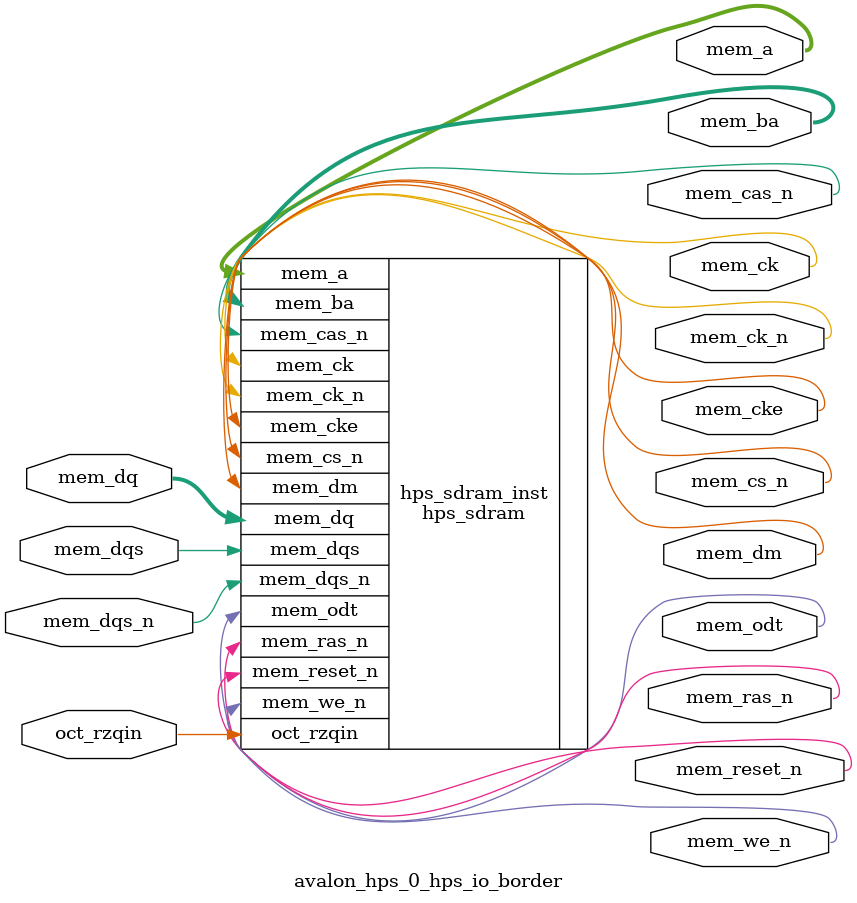
<source format=sv>


module avalon_hps_0_hps_io_border(
// memory
  output wire [13 - 1 : 0 ] mem_a
 ,output wire [3 - 1 : 0 ] mem_ba
 ,output wire [1 - 1 : 0 ] mem_ck
 ,output wire [1 - 1 : 0 ] mem_ck_n
 ,output wire [1 - 1 : 0 ] mem_cke
 ,output wire [1 - 1 : 0 ] mem_cs_n
 ,output wire [1 - 1 : 0 ] mem_ras_n
 ,output wire [1 - 1 : 0 ] mem_cas_n
 ,output wire [1 - 1 : 0 ] mem_we_n
 ,output wire [1 - 1 : 0 ] mem_reset_n
 ,inout wire [8 - 1 : 0 ] mem_dq
 ,inout wire [1 - 1 : 0 ] mem_dqs
 ,inout wire [1 - 1 : 0 ] mem_dqs_n
 ,output wire [1 - 1 : 0 ] mem_odt
 ,output wire [1 - 1 : 0 ] mem_dm
 ,input wire [1 - 1 : 0 ] oct_rzqin
);


hps_sdram hps_sdram_inst(
 .mem_dq({
    mem_dq[7:0] // 7:0
  })
,.mem_odt({
    mem_odt[0:0] // 0:0
  })
,.mem_ras_n({
    mem_ras_n[0:0] // 0:0
  })
,.mem_dqs_n({
    mem_dqs_n[0:0] // 0:0
  })
,.mem_dqs({
    mem_dqs[0:0] // 0:0
  })
,.mem_dm({
    mem_dm[0:0] // 0:0
  })
,.mem_we_n({
    mem_we_n[0:0] // 0:0
  })
,.mem_cas_n({
    mem_cas_n[0:0] // 0:0
  })
,.mem_ba({
    mem_ba[2:0] // 2:0
  })
,.mem_a({
    mem_a[12:0] // 12:0
  })
,.mem_cs_n({
    mem_cs_n[0:0] // 0:0
  })
,.mem_ck({
    mem_ck[0:0] // 0:0
  })
,.mem_cke({
    mem_cke[0:0] // 0:0
  })
,.oct_rzqin({
    oct_rzqin[0:0] // 0:0
  })
,.mem_reset_n({
    mem_reset_n[0:0] // 0:0
  })
,.mem_ck_n({
    mem_ck_n[0:0] // 0:0
  })
);

endmodule


</source>
